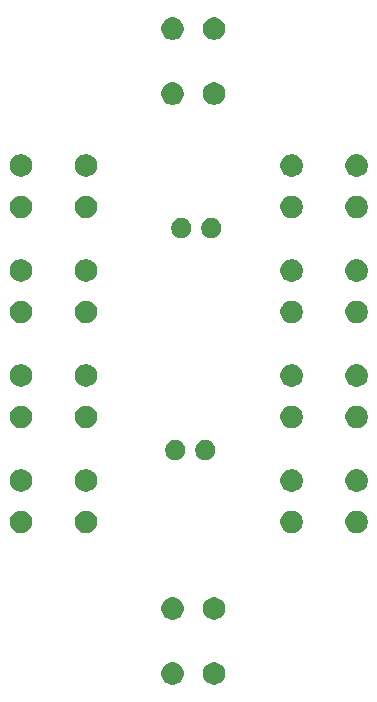
<source format=gbr>
G04 #@! TF.GenerationSoftware,KiCad,Pcbnew,(5.1.2-1)-1*
G04 #@! TF.CreationDate,2019-10-04T07:05:19-04:00*
G04 #@! TF.ProjectId,CANtina,43414e74-696e-4612-9e6b-696361645f70,rev?*
G04 #@! TF.SameCoordinates,Original*
G04 #@! TF.FileFunction,Soldermask,Top*
G04 #@! TF.FilePolarity,Negative*
%FSLAX46Y46*%
G04 Gerber Fmt 4.6, Leading zero omitted, Abs format (unit mm)*
G04 Created by KiCad (PCBNEW (5.1.2-1)-1) date 2019-10-04 07:05:19*
%MOMM*%
%LPD*%
G04 APERTURE LIST*
%ADD10C,0.100000*%
G04 APERTURE END LIST*
D10*
G36*
X152903395Y-129251546D02*
G01*
X153076466Y-129323234D01*
X153076467Y-129323235D01*
X153232227Y-129427310D01*
X153364690Y-129559773D01*
X153364691Y-129559775D01*
X153468766Y-129715534D01*
X153540454Y-129888605D01*
X153577000Y-130072333D01*
X153577000Y-130259667D01*
X153540454Y-130443395D01*
X153468766Y-130616466D01*
X153468765Y-130616467D01*
X153364690Y-130772227D01*
X153232227Y-130904690D01*
X153153818Y-130957081D01*
X153076466Y-131008766D01*
X152903395Y-131080454D01*
X152719667Y-131117000D01*
X152532333Y-131117000D01*
X152348605Y-131080454D01*
X152175534Y-131008766D01*
X152098182Y-130957081D01*
X152019773Y-130904690D01*
X151887310Y-130772227D01*
X151783235Y-130616467D01*
X151783234Y-130616466D01*
X151711546Y-130443395D01*
X151675000Y-130259667D01*
X151675000Y-130072333D01*
X151711546Y-129888605D01*
X151783234Y-129715534D01*
X151887309Y-129559775D01*
X151887310Y-129559773D01*
X152019773Y-129427310D01*
X152175533Y-129323235D01*
X152175534Y-129323234D01*
X152348605Y-129251546D01*
X152532333Y-129215000D01*
X152719667Y-129215000D01*
X152903395Y-129251546D01*
X152903395Y-129251546D01*
G37*
G36*
X149403395Y-129251546D02*
G01*
X149576466Y-129323234D01*
X149576467Y-129323235D01*
X149732227Y-129427310D01*
X149864690Y-129559773D01*
X149864691Y-129559775D01*
X149968766Y-129715534D01*
X150040454Y-129888605D01*
X150077000Y-130072333D01*
X150077000Y-130259667D01*
X150040454Y-130443395D01*
X149968766Y-130616466D01*
X149968765Y-130616467D01*
X149864690Y-130772227D01*
X149732227Y-130904690D01*
X149653818Y-130957081D01*
X149576466Y-131008766D01*
X149403395Y-131080454D01*
X149219667Y-131117000D01*
X149032333Y-131117000D01*
X148848605Y-131080454D01*
X148675534Y-131008766D01*
X148598182Y-130957081D01*
X148519773Y-130904690D01*
X148387310Y-130772227D01*
X148283235Y-130616467D01*
X148283234Y-130616466D01*
X148211546Y-130443395D01*
X148175000Y-130259667D01*
X148175000Y-130072333D01*
X148211546Y-129888605D01*
X148283234Y-129715534D01*
X148387309Y-129559775D01*
X148387310Y-129559773D01*
X148519773Y-129427310D01*
X148675533Y-129323235D01*
X148675534Y-129323234D01*
X148848605Y-129251546D01*
X149032333Y-129215000D01*
X149219667Y-129215000D01*
X149403395Y-129251546D01*
X149403395Y-129251546D01*
G37*
G36*
X152903395Y-123751546D02*
G01*
X153076466Y-123823234D01*
X153076467Y-123823235D01*
X153232227Y-123927310D01*
X153364690Y-124059773D01*
X153364691Y-124059775D01*
X153468766Y-124215534D01*
X153540454Y-124388605D01*
X153577000Y-124572333D01*
X153577000Y-124759667D01*
X153540454Y-124943395D01*
X153468766Y-125116466D01*
X153468765Y-125116467D01*
X153364690Y-125272227D01*
X153232227Y-125404690D01*
X153153818Y-125457081D01*
X153076466Y-125508766D01*
X152903395Y-125580454D01*
X152719667Y-125617000D01*
X152532333Y-125617000D01*
X152348605Y-125580454D01*
X152175534Y-125508766D01*
X152098182Y-125457081D01*
X152019773Y-125404690D01*
X151887310Y-125272227D01*
X151783235Y-125116467D01*
X151783234Y-125116466D01*
X151711546Y-124943395D01*
X151675000Y-124759667D01*
X151675000Y-124572333D01*
X151711546Y-124388605D01*
X151783234Y-124215534D01*
X151887309Y-124059775D01*
X151887310Y-124059773D01*
X152019773Y-123927310D01*
X152175533Y-123823235D01*
X152175534Y-123823234D01*
X152348605Y-123751546D01*
X152532333Y-123715000D01*
X152719667Y-123715000D01*
X152903395Y-123751546D01*
X152903395Y-123751546D01*
G37*
G36*
X149403395Y-123751546D02*
G01*
X149576466Y-123823234D01*
X149576467Y-123823235D01*
X149732227Y-123927310D01*
X149864690Y-124059773D01*
X149864691Y-124059775D01*
X149968766Y-124215534D01*
X150040454Y-124388605D01*
X150077000Y-124572333D01*
X150077000Y-124759667D01*
X150040454Y-124943395D01*
X149968766Y-125116466D01*
X149968765Y-125116467D01*
X149864690Y-125272227D01*
X149732227Y-125404690D01*
X149653818Y-125457081D01*
X149576466Y-125508766D01*
X149403395Y-125580454D01*
X149219667Y-125617000D01*
X149032333Y-125617000D01*
X148848605Y-125580454D01*
X148675534Y-125508766D01*
X148598182Y-125457081D01*
X148519773Y-125404690D01*
X148387310Y-125272227D01*
X148283235Y-125116467D01*
X148283234Y-125116466D01*
X148211546Y-124943395D01*
X148175000Y-124759667D01*
X148175000Y-124572333D01*
X148211546Y-124388605D01*
X148283234Y-124215534D01*
X148387309Y-124059775D01*
X148387310Y-124059773D01*
X148519773Y-123927310D01*
X148675533Y-123823235D01*
X148675534Y-123823234D01*
X148848605Y-123751546D01*
X149032333Y-123715000D01*
X149219667Y-123715000D01*
X149403395Y-123751546D01*
X149403395Y-123751546D01*
G37*
G36*
X164987395Y-116405546D02*
G01*
X165160466Y-116477234D01*
X165160467Y-116477235D01*
X165316227Y-116581310D01*
X165448690Y-116713773D01*
X165448691Y-116713775D01*
X165552766Y-116869534D01*
X165624454Y-117042605D01*
X165661000Y-117226333D01*
X165661000Y-117413667D01*
X165624454Y-117597395D01*
X165552766Y-117770466D01*
X165552765Y-117770467D01*
X165448690Y-117926227D01*
X165316227Y-118058690D01*
X165237818Y-118111081D01*
X165160466Y-118162766D01*
X164987395Y-118234454D01*
X164803667Y-118271000D01*
X164616333Y-118271000D01*
X164432605Y-118234454D01*
X164259534Y-118162766D01*
X164182182Y-118111081D01*
X164103773Y-118058690D01*
X163971310Y-117926227D01*
X163867235Y-117770467D01*
X163867234Y-117770466D01*
X163795546Y-117597395D01*
X163759000Y-117413667D01*
X163759000Y-117226333D01*
X163795546Y-117042605D01*
X163867234Y-116869534D01*
X163971309Y-116713775D01*
X163971310Y-116713773D01*
X164103773Y-116581310D01*
X164259533Y-116477235D01*
X164259534Y-116477234D01*
X164432605Y-116405546D01*
X164616333Y-116369000D01*
X164803667Y-116369000D01*
X164987395Y-116405546D01*
X164987395Y-116405546D01*
G37*
G36*
X159487395Y-116405546D02*
G01*
X159660466Y-116477234D01*
X159660467Y-116477235D01*
X159816227Y-116581310D01*
X159948690Y-116713773D01*
X159948691Y-116713775D01*
X160052766Y-116869534D01*
X160124454Y-117042605D01*
X160161000Y-117226333D01*
X160161000Y-117413667D01*
X160124454Y-117597395D01*
X160052766Y-117770466D01*
X160052765Y-117770467D01*
X159948690Y-117926227D01*
X159816227Y-118058690D01*
X159737818Y-118111081D01*
X159660466Y-118162766D01*
X159487395Y-118234454D01*
X159303667Y-118271000D01*
X159116333Y-118271000D01*
X158932605Y-118234454D01*
X158759534Y-118162766D01*
X158682182Y-118111081D01*
X158603773Y-118058690D01*
X158471310Y-117926227D01*
X158367235Y-117770467D01*
X158367234Y-117770466D01*
X158295546Y-117597395D01*
X158259000Y-117413667D01*
X158259000Y-117226333D01*
X158295546Y-117042605D01*
X158367234Y-116869534D01*
X158471309Y-116713775D01*
X158471310Y-116713773D01*
X158603773Y-116581310D01*
X158759533Y-116477235D01*
X158759534Y-116477234D01*
X158932605Y-116405546D01*
X159116333Y-116369000D01*
X159303667Y-116369000D01*
X159487395Y-116405546D01*
X159487395Y-116405546D01*
G37*
G36*
X142057395Y-116405546D02*
G01*
X142230466Y-116477234D01*
X142230467Y-116477235D01*
X142386227Y-116581310D01*
X142518690Y-116713773D01*
X142518691Y-116713775D01*
X142622766Y-116869534D01*
X142694454Y-117042605D01*
X142731000Y-117226333D01*
X142731000Y-117413667D01*
X142694454Y-117597395D01*
X142622766Y-117770466D01*
X142622765Y-117770467D01*
X142518690Y-117926227D01*
X142386227Y-118058690D01*
X142307818Y-118111081D01*
X142230466Y-118162766D01*
X142057395Y-118234454D01*
X141873667Y-118271000D01*
X141686333Y-118271000D01*
X141502605Y-118234454D01*
X141329534Y-118162766D01*
X141252182Y-118111081D01*
X141173773Y-118058690D01*
X141041310Y-117926227D01*
X140937235Y-117770467D01*
X140937234Y-117770466D01*
X140865546Y-117597395D01*
X140829000Y-117413667D01*
X140829000Y-117226333D01*
X140865546Y-117042605D01*
X140937234Y-116869534D01*
X141041309Y-116713775D01*
X141041310Y-116713773D01*
X141173773Y-116581310D01*
X141329533Y-116477235D01*
X141329534Y-116477234D01*
X141502605Y-116405546D01*
X141686333Y-116369000D01*
X141873667Y-116369000D01*
X142057395Y-116405546D01*
X142057395Y-116405546D01*
G37*
G36*
X136557395Y-116405546D02*
G01*
X136730466Y-116477234D01*
X136730467Y-116477235D01*
X136886227Y-116581310D01*
X137018690Y-116713773D01*
X137018691Y-116713775D01*
X137122766Y-116869534D01*
X137194454Y-117042605D01*
X137231000Y-117226333D01*
X137231000Y-117413667D01*
X137194454Y-117597395D01*
X137122766Y-117770466D01*
X137122765Y-117770467D01*
X137018690Y-117926227D01*
X136886227Y-118058690D01*
X136807818Y-118111081D01*
X136730466Y-118162766D01*
X136557395Y-118234454D01*
X136373667Y-118271000D01*
X136186333Y-118271000D01*
X136002605Y-118234454D01*
X135829534Y-118162766D01*
X135752182Y-118111081D01*
X135673773Y-118058690D01*
X135541310Y-117926227D01*
X135437235Y-117770467D01*
X135437234Y-117770466D01*
X135365546Y-117597395D01*
X135329000Y-117413667D01*
X135329000Y-117226333D01*
X135365546Y-117042605D01*
X135437234Y-116869534D01*
X135541309Y-116713775D01*
X135541310Y-116713773D01*
X135673773Y-116581310D01*
X135829533Y-116477235D01*
X135829534Y-116477234D01*
X136002605Y-116405546D01*
X136186333Y-116369000D01*
X136373667Y-116369000D01*
X136557395Y-116405546D01*
X136557395Y-116405546D01*
G37*
G36*
X164987395Y-112905546D02*
G01*
X165160466Y-112977234D01*
X165160467Y-112977235D01*
X165316227Y-113081310D01*
X165448690Y-113213773D01*
X165448691Y-113213775D01*
X165552766Y-113369534D01*
X165624454Y-113542605D01*
X165661000Y-113726333D01*
X165661000Y-113913667D01*
X165624454Y-114097395D01*
X165552766Y-114270466D01*
X165552765Y-114270467D01*
X165448690Y-114426227D01*
X165316227Y-114558690D01*
X165237818Y-114611081D01*
X165160466Y-114662766D01*
X164987395Y-114734454D01*
X164803667Y-114771000D01*
X164616333Y-114771000D01*
X164432605Y-114734454D01*
X164259534Y-114662766D01*
X164182182Y-114611081D01*
X164103773Y-114558690D01*
X163971310Y-114426227D01*
X163867235Y-114270467D01*
X163867234Y-114270466D01*
X163795546Y-114097395D01*
X163759000Y-113913667D01*
X163759000Y-113726333D01*
X163795546Y-113542605D01*
X163867234Y-113369534D01*
X163971309Y-113213775D01*
X163971310Y-113213773D01*
X164103773Y-113081310D01*
X164259533Y-112977235D01*
X164259534Y-112977234D01*
X164432605Y-112905546D01*
X164616333Y-112869000D01*
X164803667Y-112869000D01*
X164987395Y-112905546D01*
X164987395Y-112905546D01*
G37*
G36*
X159487395Y-112905546D02*
G01*
X159660466Y-112977234D01*
X159660467Y-112977235D01*
X159816227Y-113081310D01*
X159948690Y-113213773D01*
X159948691Y-113213775D01*
X160052766Y-113369534D01*
X160124454Y-113542605D01*
X160161000Y-113726333D01*
X160161000Y-113913667D01*
X160124454Y-114097395D01*
X160052766Y-114270466D01*
X160052765Y-114270467D01*
X159948690Y-114426227D01*
X159816227Y-114558690D01*
X159737818Y-114611081D01*
X159660466Y-114662766D01*
X159487395Y-114734454D01*
X159303667Y-114771000D01*
X159116333Y-114771000D01*
X158932605Y-114734454D01*
X158759534Y-114662766D01*
X158682182Y-114611081D01*
X158603773Y-114558690D01*
X158471310Y-114426227D01*
X158367235Y-114270467D01*
X158367234Y-114270466D01*
X158295546Y-114097395D01*
X158259000Y-113913667D01*
X158259000Y-113726333D01*
X158295546Y-113542605D01*
X158367234Y-113369534D01*
X158471309Y-113213775D01*
X158471310Y-113213773D01*
X158603773Y-113081310D01*
X158759533Y-112977235D01*
X158759534Y-112977234D01*
X158932605Y-112905546D01*
X159116333Y-112869000D01*
X159303667Y-112869000D01*
X159487395Y-112905546D01*
X159487395Y-112905546D01*
G37*
G36*
X142057395Y-112905546D02*
G01*
X142230466Y-112977234D01*
X142230467Y-112977235D01*
X142386227Y-113081310D01*
X142518690Y-113213773D01*
X142518691Y-113213775D01*
X142622766Y-113369534D01*
X142694454Y-113542605D01*
X142731000Y-113726333D01*
X142731000Y-113913667D01*
X142694454Y-114097395D01*
X142622766Y-114270466D01*
X142622765Y-114270467D01*
X142518690Y-114426227D01*
X142386227Y-114558690D01*
X142307818Y-114611081D01*
X142230466Y-114662766D01*
X142057395Y-114734454D01*
X141873667Y-114771000D01*
X141686333Y-114771000D01*
X141502605Y-114734454D01*
X141329534Y-114662766D01*
X141252182Y-114611081D01*
X141173773Y-114558690D01*
X141041310Y-114426227D01*
X140937235Y-114270467D01*
X140937234Y-114270466D01*
X140865546Y-114097395D01*
X140829000Y-113913667D01*
X140829000Y-113726333D01*
X140865546Y-113542605D01*
X140937234Y-113369534D01*
X141041309Y-113213775D01*
X141041310Y-113213773D01*
X141173773Y-113081310D01*
X141329533Y-112977235D01*
X141329534Y-112977234D01*
X141502605Y-112905546D01*
X141686333Y-112869000D01*
X141873667Y-112869000D01*
X142057395Y-112905546D01*
X142057395Y-112905546D01*
G37*
G36*
X136557395Y-112905546D02*
G01*
X136730466Y-112977234D01*
X136730467Y-112977235D01*
X136886227Y-113081310D01*
X137018690Y-113213773D01*
X137018691Y-113213775D01*
X137122766Y-113369534D01*
X137194454Y-113542605D01*
X137231000Y-113726333D01*
X137231000Y-113913667D01*
X137194454Y-114097395D01*
X137122766Y-114270466D01*
X137122765Y-114270467D01*
X137018690Y-114426227D01*
X136886227Y-114558690D01*
X136807818Y-114611081D01*
X136730466Y-114662766D01*
X136557395Y-114734454D01*
X136373667Y-114771000D01*
X136186333Y-114771000D01*
X136002605Y-114734454D01*
X135829534Y-114662766D01*
X135752182Y-114611081D01*
X135673773Y-114558690D01*
X135541310Y-114426227D01*
X135437235Y-114270467D01*
X135437234Y-114270466D01*
X135365546Y-114097395D01*
X135329000Y-113913667D01*
X135329000Y-113726333D01*
X135365546Y-113542605D01*
X135437234Y-113369534D01*
X135541309Y-113213775D01*
X135541310Y-113213773D01*
X135673773Y-113081310D01*
X135829533Y-112977235D01*
X135829534Y-112977234D01*
X136002605Y-112905546D01*
X136186333Y-112869000D01*
X136373667Y-112869000D01*
X136557395Y-112905546D01*
X136557395Y-112905546D01*
G37*
G36*
X149600228Y-110433703D02*
G01*
X149755100Y-110497853D01*
X149894481Y-110590985D01*
X150013015Y-110709519D01*
X150106147Y-110848900D01*
X150170297Y-111003772D01*
X150203000Y-111168184D01*
X150203000Y-111335816D01*
X150170297Y-111500228D01*
X150106147Y-111655100D01*
X150013015Y-111794481D01*
X149894481Y-111913015D01*
X149755100Y-112006147D01*
X149600228Y-112070297D01*
X149435816Y-112103000D01*
X149268184Y-112103000D01*
X149103772Y-112070297D01*
X148948900Y-112006147D01*
X148809519Y-111913015D01*
X148690985Y-111794481D01*
X148597853Y-111655100D01*
X148533703Y-111500228D01*
X148501000Y-111335816D01*
X148501000Y-111168184D01*
X148533703Y-111003772D01*
X148597853Y-110848900D01*
X148690985Y-110709519D01*
X148809519Y-110590985D01*
X148948900Y-110497853D01*
X149103772Y-110433703D01*
X149268184Y-110401000D01*
X149435816Y-110401000D01*
X149600228Y-110433703D01*
X149600228Y-110433703D01*
G37*
G36*
X152140228Y-110433703D02*
G01*
X152295100Y-110497853D01*
X152434481Y-110590985D01*
X152553015Y-110709519D01*
X152646147Y-110848900D01*
X152710297Y-111003772D01*
X152743000Y-111168184D01*
X152743000Y-111335816D01*
X152710297Y-111500228D01*
X152646147Y-111655100D01*
X152553015Y-111794481D01*
X152434481Y-111913015D01*
X152295100Y-112006147D01*
X152140228Y-112070297D01*
X151975816Y-112103000D01*
X151808184Y-112103000D01*
X151643772Y-112070297D01*
X151488900Y-112006147D01*
X151349519Y-111913015D01*
X151230985Y-111794481D01*
X151137853Y-111655100D01*
X151073703Y-111500228D01*
X151041000Y-111335816D01*
X151041000Y-111168184D01*
X151073703Y-111003772D01*
X151137853Y-110848900D01*
X151230985Y-110709519D01*
X151349519Y-110590985D01*
X151488900Y-110497853D01*
X151643772Y-110433703D01*
X151808184Y-110401000D01*
X151975816Y-110401000D01*
X152140228Y-110433703D01*
X152140228Y-110433703D01*
G37*
G36*
X142057395Y-107515546D02*
G01*
X142230466Y-107587234D01*
X142230467Y-107587235D01*
X142386227Y-107691310D01*
X142518690Y-107823773D01*
X142518691Y-107823775D01*
X142622766Y-107979534D01*
X142694454Y-108152605D01*
X142731000Y-108336333D01*
X142731000Y-108523667D01*
X142694454Y-108707395D01*
X142622766Y-108880466D01*
X142622765Y-108880467D01*
X142518690Y-109036227D01*
X142386227Y-109168690D01*
X142307818Y-109221081D01*
X142230466Y-109272766D01*
X142057395Y-109344454D01*
X141873667Y-109381000D01*
X141686333Y-109381000D01*
X141502605Y-109344454D01*
X141329534Y-109272766D01*
X141252182Y-109221081D01*
X141173773Y-109168690D01*
X141041310Y-109036227D01*
X140937235Y-108880467D01*
X140937234Y-108880466D01*
X140865546Y-108707395D01*
X140829000Y-108523667D01*
X140829000Y-108336333D01*
X140865546Y-108152605D01*
X140937234Y-107979534D01*
X141041309Y-107823775D01*
X141041310Y-107823773D01*
X141173773Y-107691310D01*
X141329533Y-107587235D01*
X141329534Y-107587234D01*
X141502605Y-107515546D01*
X141686333Y-107479000D01*
X141873667Y-107479000D01*
X142057395Y-107515546D01*
X142057395Y-107515546D01*
G37*
G36*
X136557395Y-107515546D02*
G01*
X136730466Y-107587234D01*
X136730467Y-107587235D01*
X136886227Y-107691310D01*
X137018690Y-107823773D01*
X137018691Y-107823775D01*
X137122766Y-107979534D01*
X137194454Y-108152605D01*
X137231000Y-108336333D01*
X137231000Y-108523667D01*
X137194454Y-108707395D01*
X137122766Y-108880466D01*
X137122765Y-108880467D01*
X137018690Y-109036227D01*
X136886227Y-109168690D01*
X136807818Y-109221081D01*
X136730466Y-109272766D01*
X136557395Y-109344454D01*
X136373667Y-109381000D01*
X136186333Y-109381000D01*
X136002605Y-109344454D01*
X135829534Y-109272766D01*
X135752182Y-109221081D01*
X135673773Y-109168690D01*
X135541310Y-109036227D01*
X135437235Y-108880467D01*
X135437234Y-108880466D01*
X135365546Y-108707395D01*
X135329000Y-108523667D01*
X135329000Y-108336333D01*
X135365546Y-108152605D01*
X135437234Y-107979534D01*
X135541309Y-107823775D01*
X135541310Y-107823773D01*
X135673773Y-107691310D01*
X135829533Y-107587235D01*
X135829534Y-107587234D01*
X136002605Y-107515546D01*
X136186333Y-107479000D01*
X136373667Y-107479000D01*
X136557395Y-107515546D01*
X136557395Y-107515546D01*
G37*
G36*
X164987395Y-107515546D02*
G01*
X165160466Y-107587234D01*
X165160467Y-107587235D01*
X165316227Y-107691310D01*
X165448690Y-107823773D01*
X165448691Y-107823775D01*
X165552766Y-107979534D01*
X165624454Y-108152605D01*
X165661000Y-108336333D01*
X165661000Y-108523667D01*
X165624454Y-108707395D01*
X165552766Y-108880466D01*
X165552765Y-108880467D01*
X165448690Y-109036227D01*
X165316227Y-109168690D01*
X165237818Y-109221081D01*
X165160466Y-109272766D01*
X164987395Y-109344454D01*
X164803667Y-109381000D01*
X164616333Y-109381000D01*
X164432605Y-109344454D01*
X164259534Y-109272766D01*
X164182182Y-109221081D01*
X164103773Y-109168690D01*
X163971310Y-109036227D01*
X163867235Y-108880467D01*
X163867234Y-108880466D01*
X163795546Y-108707395D01*
X163759000Y-108523667D01*
X163759000Y-108336333D01*
X163795546Y-108152605D01*
X163867234Y-107979534D01*
X163971309Y-107823775D01*
X163971310Y-107823773D01*
X164103773Y-107691310D01*
X164259533Y-107587235D01*
X164259534Y-107587234D01*
X164432605Y-107515546D01*
X164616333Y-107479000D01*
X164803667Y-107479000D01*
X164987395Y-107515546D01*
X164987395Y-107515546D01*
G37*
G36*
X159487395Y-107515546D02*
G01*
X159660466Y-107587234D01*
X159660467Y-107587235D01*
X159816227Y-107691310D01*
X159948690Y-107823773D01*
X159948691Y-107823775D01*
X160052766Y-107979534D01*
X160124454Y-108152605D01*
X160161000Y-108336333D01*
X160161000Y-108523667D01*
X160124454Y-108707395D01*
X160052766Y-108880466D01*
X160052765Y-108880467D01*
X159948690Y-109036227D01*
X159816227Y-109168690D01*
X159737818Y-109221081D01*
X159660466Y-109272766D01*
X159487395Y-109344454D01*
X159303667Y-109381000D01*
X159116333Y-109381000D01*
X158932605Y-109344454D01*
X158759534Y-109272766D01*
X158682182Y-109221081D01*
X158603773Y-109168690D01*
X158471310Y-109036227D01*
X158367235Y-108880467D01*
X158367234Y-108880466D01*
X158295546Y-108707395D01*
X158259000Y-108523667D01*
X158259000Y-108336333D01*
X158295546Y-108152605D01*
X158367234Y-107979534D01*
X158471309Y-107823775D01*
X158471310Y-107823773D01*
X158603773Y-107691310D01*
X158759533Y-107587235D01*
X158759534Y-107587234D01*
X158932605Y-107515546D01*
X159116333Y-107479000D01*
X159303667Y-107479000D01*
X159487395Y-107515546D01*
X159487395Y-107515546D01*
G37*
G36*
X164987395Y-104015546D02*
G01*
X165160466Y-104087234D01*
X165160467Y-104087235D01*
X165316227Y-104191310D01*
X165448690Y-104323773D01*
X165448691Y-104323775D01*
X165552766Y-104479534D01*
X165624454Y-104652605D01*
X165661000Y-104836333D01*
X165661000Y-105023667D01*
X165624454Y-105207395D01*
X165552766Y-105380466D01*
X165552765Y-105380467D01*
X165448690Y-105536227D01*
X165316227Y-105668690D01*
X165237818Y-105721081D01*
X165160466Y-105772766D01*
X164987395Y-105844454D01*
X164803667Y-105881000D01*
X164616333Y-105881000D01*
X164432605Y-105844454D01*
X164259534Y-105772766D01*
X164182182Y-105721081D01*
X164103773Y-105668690D01*
X163971310Y-105536227D01*
X163867235Y-105380467D01*
X163867234Y-105380466D01*
X163795546Y-105207395D01*
X163759000Y-105023667D01*
X163759000Y-104836333D01*
X163795546Y-104652605D01*
X163867234Y-104479534D01*
X163971309Y-104323775D01*
X163971310Y-104323773D01*
X164103773Y-104191310D01*
X164259533Y-104087235D01*
X164259534Y-104087234D01*
X164432605Y-104015546D01*
X164616333Y-103979000D01*
X164803667Y-103979000D01*
X164987395Y-104015546D01*
X164987395Y-104015546D01*
G37*
G36*
X159487395Y-104015546D02*
G01*
X159660466Y-104087234D01*
X159660467Y-104087235D01*
X159816227Y-104191310D01*
X159948690Y-104323773D01*
X159948691Y-104323775D01*
X160052766Y-104479534D01*
X160124454Y-104652605D01*
X160161000Y-104836333D01*
X160161000Y-105023667D01*
X160124454Y-105207395D01*
X160052766Y-105380466D01*
X160052765Y-105380467D01*
X159948690Y-105536227D01*
X159816227Y-105668690D01*
X159737818Y-105721081D01*
X159660466Y-105772766D01*
X159487395Y-105844454D01*
X159303667Y-105881000D01*
X159116333Y-105881000D01*
X158932605Y-105844454D01*
X158759534Y-105772766D01*
X158682182Y-105721081D01*
X158603773Y-105668690D01*
X158471310Y-105536227D01*
X158367235Y-105380467D01*
X158367234Y-105380466D01*
X158295546Y-105207395D01*
X158259000Y-105023667D01*
X158259000Y-104836333D01*
X158295546Y-104652605D01*
X158367234Y-104479534D01*
X158471309Y-104323775D01*
X158471310Y-104323773D01*
X158603773Y-104191310D01*
X158759533Y-104087235D01*
X158759534Y-104087234D01*
X158932605Y-104015546D01*
X159116333Y-103979000D01*
X159303667Y-103979000D01*
X159487395Y-104015546D01*
X159487395Y-104015546D01*
G37*
G36*
X142057395Y-104015546D02*
G01*
X142230466Y-104087234D01*
X142230467Y-104087235D01*
X142386227Y-104191310D01*
X142518690Y-104323773D01*
X142518691Y-104323775D01*
X142622766Y-104479534D01*
X142694454Y-104652605D01*
X142731000Y-104836333D01*
X142731000Y-105023667D01*
X142694454Y-105207395D01*
X142622766Y-105380466D01*
X142622765Y-105380467D01*
X142518690Y-105536227D01*
X142386227Y-105668690D01*
X142307818Y-105721081D01*
X142230466Y-105772766D01*
X142057395Y-105844454D01*
X141873667Y-105881000D01*
X141686333Y-105881000D01*
X141502605Y-105844454D01*
X141329534Y-105772766D01*
X141252182Y-105721081D01*
X141173773Y-105668690D01*
X141041310Y-105536227D01*
X140937235Y-105380467D01*
X140937234Y-105380466D01*
X140865546Y-105207395D01*
X140829000Y-105023667D01*
X140829000Y-104836333D01*
X140865546Y-104652605D01*
X140937234Y-104479534D01*
X141041309Y-104323775D01*
X141041310Y-104323773D01*
X141173773Y-104191310D01*
X141329533Y-104087235D01*
X141329534Y-104087234D01*
X141502605Y-104015546D01*
X141686333Y-103979000D01*
X141873667Y-103979000D01*
X142057395Y-104015546D01*
X142057395Y-104015546D01*
G37*
G36*
X136557395Y-104015546D02*
G01*
X136730466Y-104087234D01*
X136730467Y-104087235D01*
X136886227Y-104191310D01*
X137018690Y-104323773D01*
X137018691Y-104323775D01*
X137122766Y-104479534D01*
X137194454Y-104652605D01*
X137231000Y-104836333D01*
X137231000Y-105023667D01*
X137194454Y-105207395D01*
X137122766Y-105380466D01*
X137122765Y-105380467D01*
X137018690Y-105536227D01*
X136886227Y-105668690D01*
X136807818Y-105721081D01*
X136730466Y-105772766D01*
X136557395Y-105844454D01*
X136373667Y-105881000D01*
X136186333Y-105881000D01*
X136002605Y-105844454D01*
X135829534Y-105772766D01*
X135752182Y-105721081D01*
X135673773Y-105668690D01*
X135541310Y-105536227D01*
X135437235Y-105380467D01*
X135437234Y-105380466D01*
X135365546Y-105207395D01*
X135329000Y-105023667D01*
X135329000Y-104836333D01*
X135365546Y-104652605D01*
X135437234Y-104479534D01*
X135541309Y-104323775D01*
X135541310Y-104323773D01*
X135673773Y-104191310D01*
X135829533Y-104087235D01*
X135829534Y-104087234D01*
X136002605Y-104015546D01*
X136186333Y-103979000D01*
X136373667Y-103979000D01*
X136557395Y-104015546D01*
X136557395Y-104015546D01*
G37*
G36*
X136557395Y-98625546D02*
G01*
X136730466Y-98697234D01*
X136730467Y-98697235D01*
X136886227Y-98801310D01*
X137018690Y-98933773D01*
X137018691Y-98933775D01*
X137122766Y-99089534D01*
X137194454Y-99262605D01*
X137231000Y-99446333D01*
X137231000Y-99633667D01*
X137194454Y-99817395D01*
X137122766Y-99990466D01*
X137122765Y-99990467D01*
X137018690Y-100146227D01*
X136886227Y-100278690D01*
X136807818Y-100331081D01*
X136730466Y-100382766D01*
X136557395Y-100454454D01*
X136373667Y-100491000D01*
X136186333Y-100491000D01*
X136002605Y-100454454D01*
X135829534Y-100382766D01*
X135752182Y-100331081D01*
X135673773Y-100278690D01*
X135541310Y-100146227D01*
X135437235Y-99990467D01*
X135437234Y-99990466D01*
X135365546Y-99817395D01*
X135329000Y-99633667D01*
X135329000Y-99446333D01*
X135365546Y-99262605D01*
X135437234Y-99089534D01*
X135541309Y-98933775D01*
X135541310Y-98933773D01*
X135673773Y-98801310D01*
X135829533Y-98697235D01*
X135829534Y-98697234D01*
X136002605Y-98625546D01*
X136186333Y-98589000D01*
X136373667Y-98589000D01*
X136557395Y-98625546D01*
X136557395Y-98625546D01*
G37*
G36*
X164987395Y-98625546D02*
G01*
X165160466Y-98697234D01*
X165160467Y-98697235D01*
X165316227Y-98801310D01*
X165448690Y-98933773D01*
X165448691Y-98933775D01*
X165552766Y-99089534D01*
X165624454Y-99262605D01*
X165661000Y-99446333D01*
X165661000Y-99633667D01*
X165624454Y-99817395D01*
X165552766Y-99990466D01*
X165552765Y-99990467D01*
X165448690Y-100146227D01*
X165316227Y-100278690D01*
X165237818Y-100331081D01*
X165160466Y-100382766D01*
X164987395Y-100454454D01*
X164803667Y-100491000D01*
X164616333Y-100491000D01*
X164432605Y-100454454D01*
X164259534Y-100382766D01*
X164182182Y-100331081D01*
X164103773Y-100278690D01*
X163971310Y-100146227D01*
X163867235Y-99990467D01*
X163867234Y-99990466D01*
X163795546Y-99817395D01*
X163759000Y-99633667D01*
X163759000Y-99446333D01*
X163795546Y-99262605D01*
X163867234Y-99089534D01*
X163971309Y-98933775D01*
X163971310Y-98933773D01*
X164103773Y-98801310D01*
X164259533Y-98697235D01*
X164259534Y-98697234D01*
X164432605Y-98625546D01*
X164616333Y-98589000D01*
X164803667Y-98589000D01*
X164987395Y-98625546D01*
X164987395Y-98625546D01*
G37*
G36*
X159487395Y-98625546D02*
G01*
X159660466Y-98697234D01*
X159660467Y-98697235D01*
X159816227Y-98801310D01*
X159948690Y-98933773D01*
X159948691Y-98933775D01*
X160052766Y-99089534D01*
X160124454Y-99262605D01*
X160161000Y-99446333D01*
X160161000Y-99633667D01*
X160124454Y-99817395D01*
X160052766Y-99990466D01*
X160052765Y-99990467D01*
X159948690Y-100146227D01*
X159816227Y-100278690D01*
X159737818Y-100331081D01*
X159660466Y-100382766D01*
X159487395Y-100454454D01*
X159303667Y-100491000D01*
X159116333Y-100491000D01*
X158932605Y-100454454D01*
X158759534Y-100382766D01*
X158682182Y-100331081D01*
X158603773Y-100278690D01*
X158471310Y-100146227D01*
X158367235Y-99990467D01*
X158367234Y-99990466D01*
X158295546Y-99817395D01*
X158259000Y-99633667D01*
X158259000Y-99446333D01*
X158295546Y-99262605D01*
X158367234Y-99089534D01*
X158471309Y-98933775D01*
X158471310Y-98933773D01*
X158603773Y-98801310D01*
X158759533Y-98697235D01*
X158759534Y-98697234D01*
X158932605Y-98625546D01*
X159116333Y-98589000D01*
X159303667Y-98589000D01*
X159487395Y-98625546D01*
X159487395Y-98625546D01*
G37*
G36*
X142057395Y-98625546D02*
G01*
X142230466Y-98697234D01*
X142230467Y-98697235D01*
X142386227Y-98801310D01*
X142518690Y-98933773D01*
X142518691Y-98933775D01*
X142622766Y-99089534D01*
X142694454Y-99262605D01*
X142731000Y-99446333D01*
X142731000Y-99633667D01*
X142694454Y-99817395D01*
X142622766Y-99990466D01*
X142622765Y-99990467D01*
X142518690Y-100146227D01*
X142386227Y-100278690D01*
X142307818Y-100331081D01*
X142230466Y-100382766D01*
X142057395Y-100454454D01*
X141873667Y-100491000D01*
X141686333Y-100491000D01*
X141502605Y-100454454D01*
X141329534Y-100382766D01*
X141252182Y-100331081D01*
X141173773Y-100278690D01*
X141041310Y-100146227D01*
X140937235Y-99990467D01*
X140937234Y-99990466D01*
X140865546Y-99817395D01*
X140829000Y-99633667D01*
X140829000Y-99446333D01*
X140865546Y-99262605D01*
X140937234Y-99089534D01*
X141041309Y-98933775D01*
X141041310Y-98933773D01*
X141173773Y-98801310D01*
X141329533Y-98697235D01*
X141329534Y-98697234D01*
X141502605Y-98625546D01*
X141686333Y-98589000D01*
X141873667Y-98589000D01*
X142057395Y-98625546D01*
X142057395Y-98625546D01*
G37*
G36*
X136557395Y-95125546D02*
G01*
X136730466Y-95197234D01*
X136730467Y-95197235D01*
X136886227Y-95301310D01*
X137018690Y-95433773D01*
X137018691Y-95433775D01*
X137122766Y-95589534D01*
X137194454Y-95762605D01*
X137231000Y-95946333D01*
X137231000Y-96133667D01*
X137194454Y-96317395D01*
X137122766Y-96490466D01*
X137122765Y-96490467D01*
X137018690Y-96646227D01*
X136886227Y-96778690D01*
X136807818Y-96831081D01*
X136730466Y-96882766D01*
X136557395Y-96954454D01*
X136373667Y-96991000D01*
X136186333Y-96991000D01*
X136002605Y-96954454D01*
X135829534Y-96882766D01*
X135752182Y-96831081D01*
X135673773Y-96778690D01*
X135541310Y-96646227D01*
X135437235Y-96490467D01*
X135437234Y-96490466D01*
X135365546Y-96317395D01*
X135329000Y-96133667D01*
X135329000Y-95946333D01*
X135365546Y-95762605D01*
X135437234Y-95589534D01*
X135541309Y-95433775D01*
X135541310Y-95433773D01*
X135673773Y-95301310D01*
X135829533Y-95197235D01*
X135829534Y-95197234D01*
X136002605Y-95125546D01*
X136186333Y-95089000D01*
X136373667Y-95089000D01*
X136557395Y-95125546D01*
X136557395Y-95125546D01*
G37*
G36*
X142057395Y-95125546D02*
G01*
X142230466Y-95197234D01*
X142230467Y-95197235D01*
X142386227Y-95301310D01*
X142518690Y-95433773D01*
X142518691Y-95433775D01*
X142622766Y-95589534D01*
X142694454Y-95762605D01*
X142731000Y-95946333D01*
X142731000Y-96133667D01*
X142694454Y-96317395D01*
X142622766Y-96490466D01*
X142622765Y-96490467D01*
X142518690Y-96646227D01*
X142386227Y-96778690D01*
X142307818Y-96831081D01*
X142230466Y-96882766D01*
X142057395Y-96954454D01*
X141873667Y-96991000D01*
X141686333Y-96991000D01*
X141502605Y-96954454D01*
X141329534Y-96882766D01*
X141252182Y-96831081D01*
X141173773Y-96778690D01*
X141041310Y-96646227D01*
X140937235Y-96490467D01*
X140937234Y-96490466D01*
X140865546Y-96317395D01*
X140829000Y-96133667D01*
X140829000Y-95946333D01*
X140865546Y-95762605D01*
X140937234Y-95589534D01*
X141041309Y-95433775D01*
X141041310Y-95433773D01*
X141173773Y-95301310D01*
X141329533Y-95197235D01*
X141329534Y-95197234D01*
X141502605Y-95125546D01*
X141686333Y-95089000D01*
X141873667Y-95089000D01*
X142057395Y-95125546D01*
X142057395Y-95125546D01*
G37*
G36*
X159487395Y-95125546D02*
G01*
X159660466Y-95197234D01*
X159660467Y-95197235D01*
X159816227Y-95301310D01*
X159948690Y-95433773D01*
X159948691Y-95433775D01*
X160052766Y-95589534D01*
X160124454Y-95762605D01*
X160161000Y-95946333D01*
X160161000Y-96133667D01*
X160124454Y-96317395D01*
X160052766Y-96490466D01*
X160052765Y-96490467D01*
X159948690Y-96646227D01*
X159816227Y-96778690D01*
X159737818Y-96831081D01*
X159660466Y-96882766D01*
X159487395Y-96954454D01*
X159303667Y-96991000D01*
X159116333Y-96991000D01*
X158932605Y-96954454D01*
X158759534Y-96882766D01*
X158682182Y-96831081D01*
X158603773Y-96778690D01*
X158471310Y-96646227D01*
X158367235Y-96490467D01*
X158367234Y-96490466D01*
X158295546Y-96317395D01*
X158259000Y-96133667D01*
X158259000Y-95946333D01*
X158295546Y-95762605D01*
X158367234Y-95589534D01*
X158471309Y-95433775D01*
X158471310Y-95433773D01*
X158603773Y-95301310D01*
X158759533Y-95197235D01*
X158759534Y-95197234D01*
X158932605Y-95125546D01*
X159116333Y-95089000D01*
X159303667Y-95089000D01*
X159487395Y-95125546D01*
X159487395Y-95125546D01*
G37*
G36*
X164987395Y-95125546D02*
G01*
X165160466Y-95197234D01*
X165160467Y-95197235D01*
X165316227Y-95301310D01*
X165448690Y-95433773D01*
X165448691Y-95433775D01*
X165552766Y-95589534D01*
X165624454Y-95762605D01*
X165661000Y-95946333D01*
X165661000Y-96133667D01*
X165624454Y-96317395D01*
X165552766Y-96490466D01*
X165552765Y-96490467D01*
X165448690Y-96646227D01*
X165316227Y-96778690D01*
X165237818Y-96831081D01*
X165160466Y-96882766D01*
X164987395Y-96954454D01*
X164803667Y-96991000D01*
X164616333Y-96991000D01*
X164432605Y-96954454D01*
X164259534Y-96882766D01*
X164182182Y-96831081D01*
X164103773Y-96778690D01*
X163971310Y-96646227D01*
X163867235Y-96490467D01*
X163867234Y-96490466D01*
X163795546Y-96317395D01*
X163759000Y-96133667D01*
X163759000Y-95946333D01*
X163795546Y-95762605D01*
X163867234Y-95589534D01*
X163971309Y-95433775D01*
X163971310Y-95433773D01*
X164103773Y-95301310D01*
X164259533Y-95197235D01*
X164259534Y-95197234D01*
X164432605Y-95125546D01*
X164616333Y-95089000D01*
X164803667Y-95089000D01*
X164987395Y-95125546D01*
X164987395Y-95125546D01*
G37*
G36*
X150108228Y-91637703D02*
G01*
X150263100Y-91701853D01*
X150402481Y-91794985D01*
X150521015Y-91913519D01*
X150614147Y-92052900D01*
X150678297Y-92207772D01*
X150711000Y-92372184D01*
X150711000Y-92539816D01*
X150678297Y-92704228D01*
X150614147Y-92859100D01*
X150521015Y-92998481D01*
X150402481Y-93117015D01*
X150263100Y-93210147D01*
X150108228Y-93274297D01*
X149943816Y-93307000D01*
X149776184Y-93307000D01*
X149611772Y-93274297D01*
X149456900Y-93210147D01*
X149317519Y-93117015D01*
X149198985Y-92998481D01*
X149105853Y-92859100D01*
X149041703Y-92704228D01*
X149009000Y-92539816D01*
X149009000Y-92372184D01*
X149041703Y-92207772D01*
X149105853Y-92052900D01*
X149198985Y-91913519D01*
X149317519Y-91794985D01*
X149456900Y-91701853D01*
X149611772Y-91637703D01*
X149776184Y-91605000D01*
X149943816Y-91605000D01*
X150108228Y-91637703D01*
X150108228Y-91637703D01*
G37*
G36*
X152648228Y-91637703D02*
G01*
X152803100Y-91701853D01*
X152942481Y-91794985D01*
X153061015Y-91913519D01*
X153154147Y-92052900D01*
X153218297Y-92207772D01*
X153251000Y-92372184D01*
X153251000Y-92539816D01*
X153218297Y-92704228D01*
X153154147Y-92859100D01*
X153061015Y-92998481D01*
X152942481Y-93117015D01*
X152803100Y-93210147D01*
X152648228Y-93274297D01*
X152483816Y-93307000D01*
X152316184Y-93307000D01*
X152151772Y-93274297D01*
X151996900Y-93210147D01*
X151857519Y-93117015D01*
X151738985Y-92998481D01*
X151645853Y-92859100D01*
X151581703Y-92704228D01*
X151549000Y-92539816D01*
X151549000Y-92372184D01*
X151581703Y-92207772D01*
X151645853Y-92052900D01*
X151738985Y-91913519D01*
X151857519Y-91794985D01*
X151996900Y-91701853D01*
X152151772Y-91637703D01*
X152316184Y-91605000D01*
X152483816Y-91605000D01*
X152648228Y-91637703D01*
X152648228Y-91637703D01*
G37*
G36*
X159487395Y-89735546D02*
G01*
X159660466Y-89807234D01*
X159660467Y-89807235D01*
X159816227Y-89911310D01*
X159948690Y-90043773D01*
X159948691Y-90043775D01*
X160052766Y-90199534D01*
X160124454Y-90372605D01*
X160161000Y-90556333D01*
X160161000Y-90743667D01*
X160124454Y-90927395D01*
X160052766Y-91100466D01*
X160052765Y-91100467D01*
X159948690Y-91256227D01*
X159816227Y-91388690D01*
X159737818Y-91441081D01*
X159660466Y-91492766D01*
X159487395Y-91564454D01*
X159303667Y-91601000D01*
X159116333Y-91601000D01*
X158932605Y-91564454D01*
X158759534Y-91492766D01*
X158682182Y-91441081D01*
X158603773Y-91388690D01*
X158471310Y-91256227D01*
X158367235Y-91100467D01*
X158367234Y-91100466D01*
X158295546Y-90927395D01*
X158259000Y-90743667D01*
X158259000Y-90556333D01*
X158295546Y-90372605D01*
X158367234Y-90199534D01*
X158471309Y-90043775D01*
X158471310Y-90043773D01*
X158603773Y-89911310D01*
X158759533Y-89807235D01*
X158759534Y-89807234D01*
X158932605Y-89735546D01*
X159116333Y-89699000D01*
X159303667Y-89699000D01*
X159487395Y-89735546D01*
X159487395Y-89735546D01*
G37*
G36*
X164987395Y-89735546D02*
G01*
X165160466Y-89807234D01*
X165160467Y-89807235D01*
X165316227Y-89911310D01*
X165448690Y-90043773D01*
X165448691Y-90043775D01*
X165552766Y-90199534D01*
X165624454Y-90372605D01*
X165661000Y-90556333D01*
X165661000Y-90743667D01*
X165624454Y-90927395D01*
X165552766Y-91100466D01*
X165552765Y-91100467D01*
X165448690Y-91256227D01*
X165316227Y-91388690D01*
X165237818Y-91441081D01*
X165160466Y-91492766D01*
X164987395Y-91564454D01*
X164803667Y-91601000D01*
X164616333Y-91601000D01*
X164432605Y-91564454D01*
X164259534Y-91492766D01*
X164182182Y-91441081D01*
X164103773Y-91388690D01*
X163971310Y-91256227D01*
X163867235Y-91100467D01*
X163867234Y-91100466D01*
X163795546Y-90927395D01*
X163759000Y-90743667D01*
X163759000Y-90556333D01*
X163795546Y-90372605D01*
X163867234Y-90199534D01*
X163971309Y-90043775D01*
X163971310Y-90043773D01*
X164103773Y-89911310D01*
X164259533Y-89807235D01*
X164259534Y-89807234D01*
X164432605Y-89735546D01*
X164616333Y-89699000D01*
X164803667Y-89699000D01*
X164987395Y-89735546D01*
X164987395Y-89735546D01*
G37*
G36*
X142057395Y-89735546D02*
G01*
X142230466Y-89807234D01*
X142230467Y-89807235D01*
X142386227Y-89911310D01*
X142518690Y-90043773D01*
X142518691Y-90043775D01*
X142622766Y-90199534D01*
X142694454Y-90372605D01*
X142731000Y-90556333D01*
X142731000Y-90743667D01*
X142694454Y-90927395D01*
X142622766Y-91100466D01*
X142622765Y-91100467D01*
X142518690Y-91256227D01*
X142386227Y-91388690D01*
X142307818Y-91441081D01*
X142230466Y-91492766D01*
X142057395Y-91564454D01*
X141873667Y-91601000D01*
X141686333Y-91601000D01*
X141502605Y-91564454D01*
X141329534Y-91492766D01*
X141252182Y-91441081D01*
X141173773Y-91388690D01*
X141041310Y-91256227D01*
X140937235Y-91100467D01*
X140937234Y-91100466D01*
X140865546Y-90927395D01*
X140829000Y-90743667D01*
X140829000Y-90556333D01*
X140865546Y-90372605D01*
X140937234Y-90199534D01*
X141041309Y-90043775D01*
X141041310Y-90043773D01*
X141173773Y-89911310D01*
X141329533Y-89807235D01*
X141329534Y-89807234D01*
X141502605Y-89735546D01*
X141686333Y-89699000D01*
X141873667Y-89699000D01*
X142057395Y-89735546D01*
X142057395Y-89735546D01*
G37*
G36*
X136557395Y-89735546D02*
G01*
X136730466Y-89807234D01*
X136730467Y-89807235D01*
X136886227Y-89911310D01*
X137018690Y-90043773D01*
X137018691Y-90043775D01*
X137122766Y-90199534D01*
X137194454Y-90372605D01*
X137231000Y-90556333D01*
X137231000Y-90743667D01*
X137194454Y-90927395D01*
X137122766Y-91100466D01*
X137122765Y-91100467D01*
X137018690Y-91256227D01*
X136886227Y-91388690D01*
X136807818Y-91441081D01*
X136730466Y-91492766D01*
X136557395Y-91564454D01*
X136373667Y-91601000D01*
X136186333Y-91601000D01*
X136002605Y-91564454D01*
X135829534Y-91492766D01*
X135752182Y-91441081D01*
X135673773Y-91388690D01*
X135541310Y-91256227D01*
X135437235Y-91100467D01*
X135437234Y-91100466D01*
X135365546Y-90927395D01*
X135329000Y-90743667D01*
X135329000Y-90556333D01*
X135365546Y-90372605D01*
X135437234Y-90199534D01*
X135541309Y-90043775D01*
X135541310Y-90043773D01*
X135673773Y-89911310D01*
X135829533Y-89807235D01*
X135829534Y-89807234D01*
X136002605Y-89735546D01*
X136186333Y-89699000D01*
X136373667Y-89699000D01*
X136557395Y-89735546D01*
X136557395Y-89735546D01*
G37*
G36*
X136557395Y-86235546D02*
G01*
X136730466Y-86307234D01*
X136730467Y-86307235D01*
X136886227Y-86411310D01*
X137018690Y-86543773D01*
X137018691Y-86543775D01*
X137122766Y-86699534D01*
X137194454Y-86872605D01*
X137231000Y-87056333D01*
X137231000Y-87243667D01*
X137194454Y-87427395D01*
X137122766Y-87600466D01*
X137122765Y-87600467D01*
X137018690Y-87756227D01*
X136886227Y-87888690D01*
X136807818Y-87941081D01*
X136730466Y-87992766D01*
X136557395Y-88064454D01*
X136373667Y-88101000D01*
X136186333Y-88101000D01*
X136002605Y-88064454D01*
X135829534Y-87992766D01*
X135752182Y-87941081D01*
X135673773Y-87888690D01*
X135541310Y-87756227D01*
X135437235Y-87600467D01*
X135437234Y-87600466D01*
X135365546Y-87427395D01*
X135329000Y-87243667D01*
X135329000Y-87056333D01*
X135365546Y-86872605D01*
X135437234Y-86699534D01*
X135541309Y-86543775D01*
X135541310Y-86543773D01*
X135673773Y-86411310D01*
X135829533Y-86307235D01*
X135829534Y-86307234D01*
X136002605Y-86235546D01*
X136186333Y-86199000D01*
X136373667Y-86199000D01*
X136557395Y-86235546D01*
X136557395Y-86235546D01*
G37*
G36*
X142057395Y-86235546D02*
G01*
X142230466Y-86307234D01*
X142230467Y-86307235D01*
X142386227Y-86411310D01*
X142518690Y-86543773D01*
X142518691Y-86543775D01*
X142622766Y-86699534D01*
X142694454Y-86872605D01*
X142731000Y-87056333D01*
X142731000Y-87243667D01*
X142694454Y-87427395D01*
X142622766Y-87600466D01*
X142622765Y-87600467D01*
X142518690Y-87756227D01*
X142386227Y-87888690D01*
X142307818Y-87941081D01*
X142230466Y-87992766D01*
X142057395Y-88064454D01*
X141873667Y-88101000D01*
X141686333Y-88101000D01*
X141502605Y-88064454D01*
X141329534Y-87992766D01*
X141252182Y-87941081D01*
X141173773Y-87888690D01*
X141041310Y-87756227D01*
X140937235Y-87600467D01*
X140937234Y-87600466D01*
X140865546Y-87427395D01*
X140829000Y-87243667D01*
X140829000Y-87056333D01*
X140865546Y-86872605D01*
X140937234Y-86699534D01*
X141041309Y-86543775D01*
X141041310Y-86543773D01*
X141173773Y-86411310D01*
X141329533Y-86307235D01*
X141329534Y-86307234D01*
X141502605Y-86235546D01*
X141686333Y-86199000D01*
X141873667Y-86199000D01*
X142057395Y-86235546D01*
X142057395Y-86235546D01*
G37*
G36*
X159487395Y-86235546D02*
G01*
X159660466Y-86307234D01*
X159660467Y-86307235D01*
X159816227Y-86411310D01*
X159948690Y-86543773D01*
X159948691Y-86543775D01*
X160052766Y-86699534D01*
X160124454Y-86872605D01*
X160161000Y-87056333D01*
X160161000Y-87243667D01*
X160124454Y-87427395D01*
X160052766Y-87600466D01*
X160052765Y-87600467D01*
X159948690Y-87756227D01*
X159816227Y-87888690D01*
X159737818Y-87941081D01*
X159660466Y-87992766D01*
X159487395Y-88064454D01*
X159303667Y-88101000D01*
X159116333Y-88101000D01*
X158932605Y-88064454D01*
X158759534Y-87992766D01*
X158682182Y-87941081D01*
X158603773Y-87888690D01*
X158471310Y-87756227D01*
X158367235Y-87600467D01*
X158367234Y-87600466D01*
X158295546Y-87427395D01*
X158259000Y-87243667D01*
X158259000Y-87056333D01*
X158295546Y-86872605D01*
X158367234Y-86699534D01*
X158471309Y-86543775D01*
X158471310Y-86543773D01*
X158603773Y-86411310D01*
X158759533Y-86307235D01*
X158759534Y-86307234D01*
X158932605Y-86235546D01*
X159116333Y-86199000D01*
X159303667Y-86199000D01*
X159487395Y-86235546D01*
X159487395Y-86235546D01*
G37*
G36*
X164987395Y-86235546D02*
G01*
X165160466Y-86307234D01*
X165160467Y-86307235D01*
X165316227Y-86411310D01*
X165448690Y-86543773D01*
X165448691Y-86543775D01*
X165552766Y-86699534D01*
X165624454Y-86872605D01*
X165661000Y-87056333D01*
X165661000Y-87243667D01*
X165624454Y-87427395D01*
X165552766Y-87600466D01*
X165552765Y-87600467D01*
X165448690Y-87756227D01*
X165316227Y-87888690D01*
X165237818Y-87941081D01*
X165160466Y-87992766D01*
X164987395Y-88064454D01*
X164803667Y-88101000D01*
X164616333Y-88101000D01*
X164432605Y-88064454D01*
X164259534Y-87992766D01*
X164182182Y-87941081D01*
X164103773Y-87888690D01*
X163971310Y-87756227D01*
X163867235Y-87600467D01*
X163867234Y-87600466D01*
X163795546Y-87427395D01*
X163759000Y-87243667D01*
X163759000Y-87056333D01*
X163795546Y-86872605D01*
X163867234Y-86699534D01*
X163971309Y-86543775D01*
X163971310Y-86543773D01*
X164103773Y-86411310D01*
X164259533Y-86307235D01*
X164259534Y-86307234D01*
X164432605Y-86235546D01*
X164616333Y-86199000D01*
X164803667Y-86199000D01*
X164987395Y-86235546D01*
X164987395Y-86235546D01*
G37*
G36*
X149403395Y-80159546D02*
G01*
X149576466Y-80231234D01*
X149576467Y-80231235D01*
X149732227Y-80335310D01*
X149864690Y-80467773D01*
X149864691Y-80467775D01*
X149968766Y-80623534D01*
X150040454Y-80796605D01*
X150077000Y-80980333D01*
X150077000Y-81167667D01*
X150040454Y-81351395D01*
X149968766Y-81524466D01*
X149968765Y-81524467D01*
X149864690Y-81680227D01*
X149732227Y-81812690D01*
X149653818Y-81865081D01*
X149576466Y-81916766D01*
X149403395Y-81988454D01*
X149219667Y-82025000D01*
X149032333Y-82025000D01*
X148848605Y-81988454D01*
X148675534Y-81916766D01*
X148598182Y-81865081D01*
X148519773Y-81812690D01*
X148387310Y-81680227D01*
X148283235Y-81524467D01*
X148283234Y-81524466D01*
X148211546Y-81351395D01*
X148175000Y-81167667D01*
X148175000Y-80980333D01*
X148211546Y-80796605D01*
X148283234Y-80623534D01*
X148387309Y-80467775D01*
X148387310Y-80467773D01*
X148519773Y-80335310D01*
X148675533Y-80231235D01*
X148675534Y-80231234D01*
X148848605Y-80159546D01*
X149032333Y-80123000D01*
X149219667Y-80123000D01*
X149403395Y-80159546D01*
X149403395Y-80159546D01*
G37*
G36*
X152903395Y-80159546D02*
G01*
X153076466Y-80231234D01*
X153076467Y-80231235D01*
X153232227Y-80335310D01*
X153364690Y-80467773D01*
X153364691Y-80467775D01*
X153468766Y-80623534D01*
X153540454Y-80796605D01*
X153577000Y-80980333D01*
X153577000Y-81167667D01*
X153540454Y-81351395D01*
X153468766Y-81524466D01*
X153468765Y-81524467D01*
X153364690Y-81680227D01*
X153232227Y-81812690D01*
X153153818Y-81865081D01*
X153076466Y-81916766D01*
X152903395Y-81988454D01*
X152719667Y-82025000D01*
X152532333Y-82025000D01*
X152348605Y-81988454D01*
X152175534Y-81916766D01*
X152098182Y-81865081D01*
X152019773Y-81812690D01*
X151887310Y-81680227D01*
X151783235Y-81524467D01*
X151783234Y-81524466D01*
X151711546Y-81351395D01*
X151675000Y-81167667D01*
X151675000Y-80980333D01*
X151711546Y-80796605D01*
X151783234Y-80623534D01*
X151887309Y-80467775D01*
X151887310Y-80467773D01*
X152019773Y-80335310D01*
X152175533Y-80231235D01*
X152175534Y-80231234D01*
X152348605Y-80159546D01*
X152532333Y-80123000D01*
X152719667Y-80123000D01*
X152903395Y-80159546D01*
X152903395Y-80159546D01*
G37*
G36*
X149403395Y-74659546D02*
G01*
X149576466Y-74731234D01*
X149576467Y-74731235D01*
X149732227Y-74835310D01*
X149864690Y-74967773D01*
X149864691Y-74967775D01*
X149968766Y-75123534D01*
X150040454Y-75296605D01*
X150077000Y-75480333D01*
X150077000Y-75667667D01*
X150040454Y-75851395D01*
X149968766Y-76024466D01*
X149968765Y-76024467D01*
X149864690Y-76180227D01*
X149732227Y-76312690D01*
X149653818Y-76365081D01*
X149576466Y-76416766D01*
X149403395Y-76488454D01*
X149219667Y-76525000D01*
X149032333Y-76525000D01*
X148848605Y-76488454D01*
X148675534Y-76416766D01*
X148598182Y-76365081D01*
X148519773Y-76312690D01*
X148387310Y-76180227D01*
X148283235Y-76024467D01*
X148283234Y-76024466D01*
X148211546Y-75851395D01*
X148175000Y-75667667D01*
X148175000Y-75480333D01*
X148211546Y-75296605D01*
X148283234Y-75123534D01*
X148387309Y-74967775D01*
X148387310Y-74967773D01*
X148519773Y-74835310D01*
X148675533Y-74731235D01*
X148675534Y-74731234D01*
X148848605Y-74659546D01*
X149032333Y-74623000D01*
X149219667Y-74623000D01*
X149403395Y-74659546D01*
X149403395Y-74659546D01*
G37*
G36*
X152903395Y-74659546D02*
G01*
X153076466Y-74731234D01*
X153076467Y-74731235D01*
X153232227Y-74835310D01*
X153364690Y-74967773D01*
X153364691Y-74967775D01*
X153468766Y-75123534D01*
X153540454Y-75296605D01*
X153577000Y-75480333D01*
X153577000Y-75667667D01*
X153540454Y-75851395D01*
X153468766Y-76024466D01*
X153468765Y-76024467D01*
X153364690Y-76180227D01*
X153232227Y-76312690D01*
X153153818Y-76365081D01*
X153076466Y-76416766D01*
X152903395Y-76488454D01*
X152719667Y-76525000D01*
X152532333Y-76525000D01*
X152348605Y-76488454D01*
X152175534Y-76416766D01*
X152098182Y-76365081D01*
X152019773Y-76312690D01*
X151887310Y-76180227D01*
X151783235Y-76024467D01*
X151783234Y-76024466D01*
X151711546Y-75851395D01*
X151675000Y-75667667D01*
X151675000Y-75480333D01*
X151711546Y-75296605D01*
X151783234Y-75123534D01*
X151887309Y-74967775D01*
X151887310Y-74967773D01*
X152019773Y-74835310D01*
X152175533Y-74731235D01*
X152175534Y-74731234D01*
X152348605Y-74659546D01*
X152532333Y-74623000D01*
X152719667Y-74623000D01*
X152903395Y-74659546D01*
X152903395Y-74659546D01*
G37*
M02*

</source>
